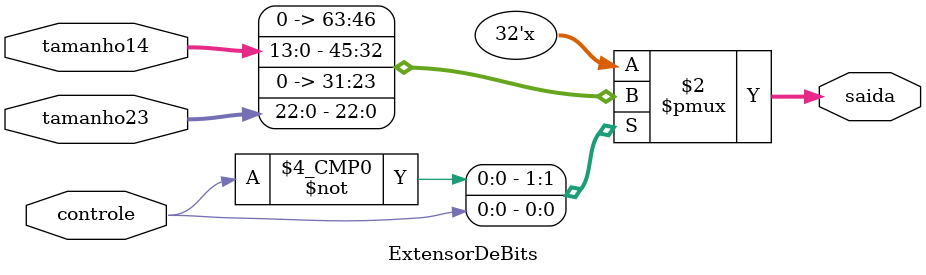
<source format=v>
/*Extensor de Bits do Processador*/

module ExtensorDeBits (controle, tamanho14, tamanho23, saida);
	//Instruções do tamanho de 14 bits
	input [13:0] tamanho14;
	//Instruções do tamanho de 23 bits
	input [22:0] tamanho23;
	//Flag para controle de qual extensão irá acontecer
	input controle;
	//Saída no tamanho de 32 bits
	output reg [31:0] saida;
	
	always @(*) begin
		case(controle)
			//Se a extensão for para o dado de tamanho de 14 bits:
			1'b0: 
			begin
				//A saida recebe o dado de 14 bits
				saida = tamanho14;
				//E o completa com zeros até ter o tamanho de 32 bits
				saida = {18'h0000, tamanho14};
			end
			//Se a extensão for para o dado de tamanho de 23 bits:
			1'b1:
			begin
				//A saida recebe o dado de 23 bits
				saida = tamanho23;
				//E o completa com zeros até ter o tamanho de 32 bits
				saida = {9'h0000, tamanho23};
			end
		endcase
	end

endmodule

</source>
